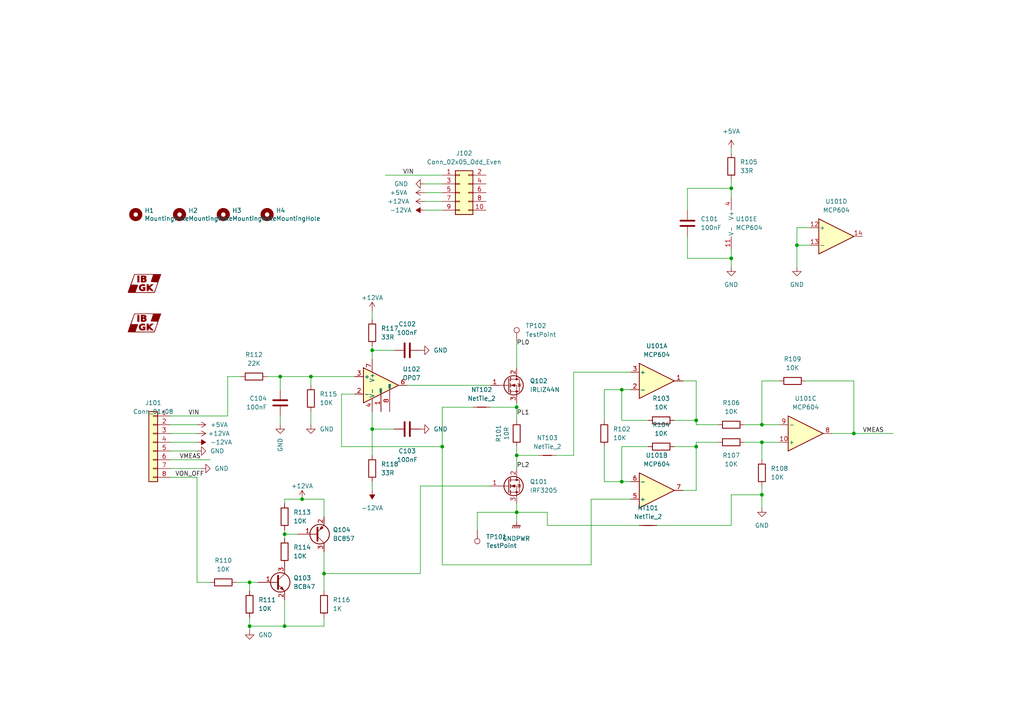
<source format=kicad_sch>
(kicad_sch (version 20211123) (generator eeschema)
  (paper "A4")
  (lib_symbols
    (symbol "Amplifier_Operational:MCP604" (pin_names (offset 0.127))
      (property "Reference" "U" (at 0 5.08 0))
      (property "Value" "MCP604" (at 0 -5.08 0))
      (symbol "MCP604_1_1"
        (polyline (pts (xy -5.08 5.08) (xy 5.08 0) (xy -5.08 -5.08) (xy -5.08 5.08)) (stroke (width 0.254)) (fill (type background)))
        (pin output line (at 7.62 0 180) (length 2.54) (name "~") (number "1"))
        (pin input line (at -7.62 -2.54 0) (length 2.54) (name "-") (number "2"))
        (pin input line (at -7.62 2.54 0) (length 2.54) (name "+") (number "3"))
      )
      (symbol "MCP604_2_1"
        (polyline (pts (xy -5.08 5.08) (xy 5.08 0) (xy -5.08 -5.08) (xy -5.08 5.08)) (stroke (width 0.254)) (fill (type background)))
        (pin input line (at -7.62 2.54 0) (length 2.54) (name "+") (number "5"))
        (pin input line (at -7.62 -2.54 0) (length 2.54) (name "-") (number "6"))
        (pin output line (at 7.62 0 180) (length 2.54) (name "~") (number "7"))
      )
      (symbol "MCP604_3_1"
        (polyline (pts (xy -5.08 5.08) (xy 5.08 0) (xy -5.08 -5.08) (xy -5.08 5.08)) (stroke (width 0.254)) (fill (type background)))
        (pin input line (at -7.62 2.54 0) (length 2.54) (name "+") (number "10"))
        (pin output line (at 7.62 0 180) (length 2.54) (name "~") (number "8"))
        (pin input line (at -7.62 -2.54 0) (length 2.54) (name "-") (number "9"))
      )
      (symbol "MCP604_4_1"
        (polyline (pts (xy -5.08 5.08) (xy 5.08 0) (xy -5.08 -5.08) (xy -5.08 5.08)) (stroke (width 0.254)) (fill (type background)))
        (pin input line (at -7.62 2.54 0) (length 2.54) (name "+") (number "12"))
        (pin input line (at -7.62 -2.54 0) (length 2.54) (name "-") (number "13"))
        (pin output line (at 7.62 0 180) (length 2.54) (name "~") (number "14"))
      )
      (symbol "MCP604_5_1"
        (pin power_in line (at -2.54 -7.62 90) (length 3.81) (name "V-") (number "11"))
        (pin power_in line (at -2.54 7.62 270) (length 3.81) (name "V+") (number "4"))
      )
    )
    (symbol "Amplifier_Operational:OP07" (pin_names (offset 0.127))
      (property "Reference" "U" (at 1.27 6.35 0))
      (property "Value" "OP07" (at 1.27 3.81 0))
      (symbol "OP07_0_1"
        (polyline (pts (xy -5.08 5.08) (xy 5.08 0) (xy -5.08 -5.08) (xy -5.08 5.08)) (stroke (width 0.254)) (fill (type background)))
      )
      (symbol "OP07_1_1"
        (pin input line (at 0 -7.62 90) (length 5.08) (name "VOS") (number "1"))
        (pin input line (at -7.62 -2.54 0) (length 2.54) (name "-") (number "2"))
        (pin input line (at -7.62 2.54 0) (length 2.54) (name "+") (number "3"))
        (pin power_in line (at -2.54 -7.62 90) (length 3.81) (name "V-") (number "4"))
        (pin no_connect line (at 0 2.54 270) (length 2.54) hide (name "NC") (number "5"))
        (pin output line (at 7.62 0 180) (length 2.54) (name "~") (number "6"))
        (pin power_in line (at -2.54 7.62 270) (length 3.81) (name "V+") (number "7"))
        (pin input line (at 2.54 -7.62 90) (length 6.35) (name "VOS") (number "8"))
      )
    )
    (symbol "Connector:TestPoint" (pin_numbers hide) (pin_names (offset 0.762) hide)
      (property "Reference" "TP" (at 0 6.858 0))
      (property "Value" "TestPoint" (at 0 5.08 0))
      (symbol "TestPoint_0_1"
        (circle (center 0 3.302) (radius 0.762))
      )
      (symbol "TestPoint_1_1"
        (pin passive line (at 0 0 90) (length 2.54) (name "1") (number "1"))
      )
    )
    (symbol "Connector_Generic:Conn_01x08" (pin_names (offset 1.016) hide)
      (property "Reference" "J" (at 0 10.16 0))
      (property "Value" "Conn_01x08" (at 0 -12.7 0))
      (symbol "Conn_01x08_1_1"
        (rectangle (start -1.27 -10.033) (end 0 -10.287) (stroke (width 0.1524)))
        (rectangle (start -1.27 -7.493) (end 0 -7.747) (stroke (width 0.1524)))
        (rectangle (start -1.27 -4.953) (end 0 -5.207) (stroke (width 0.1524)))
        (rectangle (start -1.27 -2.413) (end 0 -2.667) (stroke (width 0.1524)))
        (rectangle (start -1.27 0.127) (end 0 -0.127) (stroke (width 0.1524)))
        (rectangle (start -1.27 2.667) (end 0 2.413) (stroke (width 0.1524)))
        (rectangle (start -1.27 5.207) (end 0 4.953) (stroke (width 0.1524)))
        (rectangle (start -1.27 7.747) (end 0 7.493) (stroke (width 0.1524)))
        (rectangle (start -1.27 8.89) (end 1.27 -11.43) (stroke (width 0.254)) (fill (type background)))
        (pin passive line (at -5.08 7.62 0) (length 3.81) (name "Pin_1") (number "1"))
        (pin passive line (at -5.08 5.08 0) (length 3.81) (name "Pin_2") (number "2"))
        (pin passive line (at -5.08 2.54 0) (length 3.81) (name "Pin_3") (number "3"))
        (pin passive line (at -5.08 0 0) (length 3.81) (name "Pin_4") (number "4"))
        (pin passive line (at -5.08 -2.54 0) (length 3.81) (name "Pin_5") (number "5"))
        (pin passive line (at -5.08 -5.08 0) (length 3.81) (name "Pin_6") (number "6"))
        (pin passive line (at -5.08 -7.62 0) (length 3.81) (name "Pin_7") (number "7"))
        (pin passive line (at -5.08 -10.16 0) (length 3.81) (name "Pin_8") (number "8"))
      )
    )
    (symbol "Connector_Generic:Conn_02x05_Odd_Even" (pin_names (offset 1.016) hide)
      (property "Reference" "J" (at 1.27 7.62 0))
      (property "Value" "Conn_02x05_Odd_Even" (at 1.27 -7.62 0))
      (symbol "Conn_02x05_Odd_Even_1_1"
        (rectangle (start -1.27 -4.953) (end 0 -5.207) (stroke (width 0.1524)))
        (rectangle (start -1.27 -2.413) (end 0 -2.667) (stroke (width 0.1524)))
        (rectangle (start -1.27 0.127) (end 0 -0.127) (stroke (width 0.1524)))
        (rectangle (start -1.27 2.667) (end 0 2.413) (stroke (width 0.1524)))
        (rectangle (start -1.27 5.207) (end 0 4.953) (stroke (width 0.1524)))
        (rectangle (start -1.27 6.35) (end 3.81 -6.35) (stroke (width 0.254)) (fill (type background)))
        (rectangle (start 3.81 -4.953) (end 2.54 -5.207) (stroke (width 0.1524)))
        (rectangle (start 3.81 -2.413) (end 2.54 -2.667) (stroke (width 0.1524)))
        (rectangle (start 3.81 0.127) (end 2.54 -0.127) (stroke (width 0.1524)))
        (rectangle (start 3.81 2.667) (end 2.54 2.413) (stroke (width 0.1524)))
        (rectangle (start 3.81 5.207) (end 2.54 4.953) (stroke (width 0.1524)))
        (pin passive line (at -5.08 5.08 0) (length 3.81) (name "Pin_1") (number "1"))
        (pin passive line (at 7.62 -5.08 180) (length 3.81) (name "Pin_10") (number "10"))
        (pin passive line (at 7.62 5.08 180) (length 3.81) (name "Pin_2") (number "2"))
        (pin passive line (at -5.08 2.54 0) (length 3.81) (name "Pin_3") (number "3"))
        (pin passive line (at 7.62 2.54 180) (length 3.81) (name "Pin_4") (number "4"))
        (pin passive line (at -5.08 0 0) (length 3.81) (name "Pin_5") (number "5"))
        (pin passive line (at 7.62 0 180) (length 3.81) (name "Pin_6") (number "6"))
        (pin passive line (at -5.08 -2.54 0) (length 3.81) (name "Pin_7") (number "7"))
        (pin passive line (at 7.62 -2.54 180) (length 3.81) (name "Pin_8") (number "8"))
        (pin passive line (at -5.08 -5.08 0) (length 3.81) (name "Pin_9") (number "9"))
      )
    )
    (symbol "Device:C" (pin_numbers hide) (pin_names (offset 0.254))
      (property "Reference" "C" (at 0.635 2.54 0))
      (property "Value" "C" (at 0.635 -2.54 0))
      (symbol "C_0_1"
        (polyline (pts (xy -2.032 -0.762) (xy 2.032 -0.762)) (stroke (width 0.508)))
        (polyline (pts (xy -2.032 0.762) (xy 2.032 0.762)) (stroke (width 0.508)))
      )
      (symbol "C_1_1"
        (pin passive line (at 0 3.81 270) (length 2.794) (name "~") (number "1"))
        (pin passive line (at 0 -3.81 90) (length 2.794) (name "~") (number "2"))
      )
    )
    (symbol "Device:NetTie_2" (pin_numbers hide) (pin_names (offset 0) hide)
      (property "Reference" "NT" (at 0 1.27 0))
      (property "Value" "NetTie_2" (at 0 -1.27 0))
      (symbol "NetTie_2_0_1"
        (polyline (pts (xy -1.27 0) (xy 1.27 0)) (stroke (width 0.254)))
      )
      (symbol "NetTie_2_1_1"
        (pin passive line (at -2.54 0 0) (length 2.54) (name "1") (number "1"))
        (pin passive line (at 2.54 0 180) (length 2.54) (name "2") (number "2"))
      )
    )
    (symbol "Device:R" (pin_numbers hide) (pin_names (offset 0))
      (property "Reference" "R" (at 2.032 0 90))
      (property "Value" "R" (at 0 0 90))
      (symbol "R_0_1"
        (rectangle (start -1.016 -2.54) (end 1.016 2.54) (stroke (width 0.254)))
      )
      (symbol "R_1_1"
        (pin passive line (at 0 3.81 270) (length 1.27) (name "~") (number "1"))
        (pin passive line (at 0 -3.81 90) (length 1.27) (name "~") (number "2"))
      )
    )
    (symbol "Mechanical:MountingHole" (pin_names (offset 1.016))
      (property "Reference" "H" (at 0 5.08 0))
      (property "Value" "MountingHole" (at 0 3.175 0))
      (symbol "MountingHole_0_1"
        (circle (center 0 0) (radius 1.27) (stroke (width 1.27)))
      )
    )
    (symbol "Transistor_BJT:BC847" (pin_names (offset 0) hide)
      (property "Reference" "Q" (at 5.08 1.905 0))
      (property "Value" "BC847" (at 5.08 0 0))
      (symbol "BC847_0_1"
        (polyline (pts (xy 0.635 0.635) (xy 2.54 2.54)))
        (polyline (pts (xy 0.635 -0.635) (xy 2.54 -2.54) (xy 2.54 -2.54)))
        (polyline (pts (xy 0.635 1.905) (xy 0.635 -1.905) (xy 0.635 -1.905)) (stroke (width 0.508)))
        (polyline (pts (xy 1.27 -1.778) (xy 1.778 -1.27) (xy 2.286 -2.286) (xy 1.27 -1.778) (xy 1.27 -1.778)) (fill (type outline)))
        (circle (center 1.27 0) (radius 2.8194) (stroke (width 0.254)))
      )
      (symbol "BC847_1_1"
        (pin input line (at -5.08 0 0) (length 5.715) (name "B") (number "1"))
        (pin passive line (at 2.54 -5.08 90) (length 2.54) (name "E") (number "2"))
        (pin passive line (at 2.54 5.08 270) (length 2.54) (name "C") (number "3"))
      )
    )
    (symbol "Transistor_BJT:BC857" (pin_names (offset 0) hide)
      (property "Reference" "Q" (at 5.08 1.905 0))
      (property "Value" "BC857" (at 5.08 0 0))
      (symbol "BC857_0_1"
        (polyline (pts (xy 0.635 0.635) (xy 2.54 2.54)))
        (polyline (pts (xy 0.635 -0.635) (xy 2.54 -2.54) (xy 2.54 -2.54)))
        (polyline (pts (xy 0.635 1.905) (xy 0.635 -1.905) (xy 0.635 -1.905)) (stroke (width 0.508)))
        (polyline (pts (xy 2.286 -1.778) (xy 1.778 -2.286) (xy 1.27 -1.27) (xy 2.286 -1.778) (xy 2.286 -1.778)) (fill (type outline)))
        (circle (center 1.27 0) (radius 2.8194) (stroke (width 0.254)))
      )
      (symbol "BC857_1_1"
        (pin input line (at -5.08 0 0) (length 5.715) (name "B") (number "1"))
        (pin passive line (at 2.54 -5.08 90) (length 2.54) (name "E") (number "2"))
        (pin passive line (at 2.54 5.08 270) (length 2.54) (name "C") (number "3"))
      )
    )
    (symbol "Transistor_FET:IRLIZ44N" (pin_names hide)
      (property "Reference" "Q" (at 6.35 1.905 0))
      (property "Value" "IRLIZ44N" (at 6.35 0 0))
      (symbol "IRLIZ44N_0_1"
        (polyline (pts (xy 0.254 0) (xy -2.54 0)))
        (polyline (pts (xy 0.254 1.905) (xy 0.254 -1.905)) (stroke (width 0.254)))
        (polyline (pts (xy 0.762 -1.27) (xy 0.762 -2.286)) (stroke (width 0.254)))
        (polyline (pts (xy 0.762 0.508) (xy 0.762 -0.508)) (stroke (width 0.254)))
        (polyline (pts (xy 0.762 2.286) (xy 0.762 1.27)) (stroke (width 0.254)))
        (polyline (pts (xy 2.54 2.54) (xy 2.54 1.778)))
        (polyline (pts (xy 2.54 -2.54) (xy 2.54 0) (xy 0.762 0)))
        (polyline (pts (xy 0.762 -1.778) (xy 3.302 -1.778) (xy 3.302 1.778) (xy 0.762 1.778)))
        (polyline (pts (xy 1.016 0) (xy 2.032 0.381) (xy 2.032 -0.381) (xy 1.016 0)) (fill (type outline)))
        (polyline (pts (xy 2.794 0.508) (xy 2.921 0.381) (xy 3.683 0.381) (xy 3.81 0.254)))
        (polyline (pts (xy 3.302 0.381) (xy 2.921 -0.254) (xy 3.683 -0.254) (xy 3.302 0.381)))
        (circle (center 1.651 0) (radius 2.794) (stroke (width 0.254)))
        (circle (center 2.54 -1.778) (radius 0.254) (fill (type outline)))
        (circle (center 2.54 1.778) (radius 0.254) (fill (type outline)))
      )
      (symbol "IRLIZ44N_1_1"
        (pin input line (at -5.08 0 0) (length 2.54) (name "G") (number "1"))
        (pin passive line (at 2.54 5.08 270) (length 2.54) (name "D") (number "2"))
        (pin passive line (at 2.54 -5.08 90) (length 2.54) (name "S") (number "3"))
      )
    )
    (symbol "iblogo:LOGO" (pin_names (offset 1.016))
      (symbol "LOGO_0_0"
        (polyline (pts (xy -1.524 2.6162) (xy -2.032 2.6162) (xy -2.032 0.6858) (xy -1.524 0.6858) (xy -1.524 2.6162)) (stroke (width 0.0254)) (fill (type outline)))
        (polyline (pts (xy 1.0922 -1.8288) (xy 1.1684 -1.7272) (xy 1.1938 -1.4986) (xy 1.2192 -1.143) (xy 1.6002 -1.4986) (xy 1.6764 -1.5494) (xy 1.905 -1.7526) (xy 2.1082 -1.8288) (xy 2.3114 -1.8542) (xy 2.6416 -1.8542) (xy 1.5748 -0.7874) (xy 2.0828 -0.3556) (xy 2.5654 0.0762) (xy 2.0066 0.0762) (xy 1.8034 -0.0254) (xy 1.6002 -0.2032) (xy 1.3462 -0.4572) (xy 1.2446 -0.508) (xy 1.2192 -0.508) (xy 1.1938 -0.4064) (xy 1.1684 -0.2032) (xy 1.1684 0) (xy 1.0922 0.0762) (xy 0.6604 0.0762) (xy 0.6604 -1.8542) (xy 0.9652 -1.8542) (xy 1.0922 -1.8288)) (stroke (width 0.0254)) (fill (type outline)))
        (polyline (pts (xy -0.254 -1.8288) (xy 0.0254 -1.778) (xy 0.1016 -1.7272) (xy 0.2032 -1.651) (xy 0.2286 -1.4986) (xy 0.254 -1.2192) (xy 0.254 -0.762) (xy -0.381 -0.762) (xy -0.508 -0.8128) (xy -0.508 -1.016) (xy -0.381 -1.0922) (xy -0.3302 -1.1176) (xy -0.254 -1.27) (xy -0.2794 -1.3462) (xy -0.3556 -1.4224) (xy -0.5588 -1.4478) (xy -0.7112 -1.4224) (xy -0.9398 -1.2954) (xy -1.0922 -1.0668) (xy -1.0922 -0.8128) (xy -0.9652 -0.508) (xy -0.9144 -0.4318) (xy -0.7874 -0.3556) (xy -0.6096 -0.3302) (xy -0.3302 -0.3556) (xy 0.0762 -0.3556) (xy 0.1778 -0.3048) (xy 0.2286 -0.2286) (xy 0.1778 -0.1016) (xy 0.0254 0) (xy -0.2286 0.0762) (xy -0.5334 0.0762) (xy -0.8382 0.0508) (xy -1.1176 -0.0254) (xy -1.3462 -0.2032) (xy -1.5494 -0.508) (xy -1.6256 -0.889) (xy -1.6256 -0.9144) (xy -1.5494 -1.27) (xy -1.3462 -1.5748) (xy -1.0922 -1.778) (xy -0.9398 -1.8288) (xy -0.6096 -1.8542) (xy -0.254 -1.8288)) (stroke (width 0.0254)) (fill (type outline)))
        (polyline (pts (xy 0.0254 0.7112) (xy 0.254 0.7366) (xy 0.4064 0.8382) (xy 0.4572 0.8636) (xy 0.5842 1.0922) (xy 0.5842 1.3716) (xy 0.4572 1.6002) (xy 0.4318 1.6256) (xy 0.381 1.7526) (xy 0.4572 1.905) (xy 0.5334 2.1336) (xy 0.4826 2.3622) (xy 0.2794 2.54) (xy 0.127 2.5654) (xy -0.1524 2.6162) (xy -1.016 2.6162) (xy -1.016 1.9304) (xy -0.508 1.9304) (xy -0.508 2.1844) (xy -0.4572 2.2606) (xy -0.2794 2.286) (xy -0.1016 2.2098) (xy -0.0508 2.0828) (xy -0.1016 1.9558) (xy -0.2794 1.8796) (xy -0.381 1.8796) (xy -0.508 1.9304) (xy -1.016 1.9304) (xy -1.016 1.0922) (xy -0.508 1.0922) (xy -0.508 1.4478) (xy -0.4318 1.524) (xy -0.254 1.524) (xy -0.127 1.4986) (xy 0 1.4224) (xy 0.0254 1.27) (xy 0.0254 1.1684) (xy -0.0508 1.0668) (xy -0.254 1.0414) (xy -0.4318 1.0414) (xy -0.508 1.0922) (xy -1.016 1.0922) (xy -1.016 0.6858) (xy -0.3302 0.6858) (xy 0.0254 0.7112)) (stroke (width 0.0254)) (fill (type outline)))
        (polyline (pts (xy 3.8354 0.2794) (xy 3.9878 0.6858) (xy 4.191 1.2954) (xy 4.3942 1.8288) (xy 4.5466 2.286) (xy 4.6736 2.6416) (xy 4.7752 2.8956) (xy 4.8006 2.9718) (xy 4.7498 2.9972) (xy 4.5466 2.9972) (xy 4.2164 3.0226) (xy 0.9398 3.0226) (xy -2.921 2.9972) (xy -3.8862 0.381) (xy -4.0386 -0.0254) (xy -4.0386 -0.0508) (xy -3.8862 -0.0508) (xy -3.3528 1.4478) (xy -2.8448 2.921) (xy -0.1524 2.9464) (xy 1.8288 2.9464) (xy 2.2098 2.921) (xy 2.4384 2.921) (xy 2.54 2.8956) (xy 2.5146 2.8956) (xy 2.4892 2.7686) (xy 2.4384 2.54) (xy 2.3114 2.2098) (xy 2.1844 1.8288) (xy 2.1844 1.8034) (xy 2.0574 1.4478) (xy 1.9558 1.1176) (xy 1.8796 0.9144) (xy 1.8542 0.8128) (xy 1.9304 0.7874) (xy 2.159 0.7874) (xy 2.4638 0.762) (xy 2.8702 0.7366) (xy 3.8608 0.7112) (xy 3.3528 -0.762) (xy 2.8194 -2.2352) (xy 0.1016 -2.2606) (xy -2.3368 -2.2606) (xy -2.5654 -2.2352) (xy -2.6416 -2.2352) (xy -2.6416 -2.2098) (xy -2.5908 -2.1082) (xy -2.5146 -1.8542) (xy -2.413 -1.5494) (xy -2.286 -1.1938) (xy -2.1336 -0.8382) (xy -2.0066 -0.508) (xy -1.905 -0.2286) (xy -1.905 -0.1524) (xy -1.9812 -0.1016) (xy -2.159 -0.1016) (xy -2.4384 -0.0762) (xy -2.8702 -0.0508) (xy -3.8862 -0.0508) (xy -4.0386 -0.0508) (xy -4.2418 -0.635) (xy -4.445 -1.1684) (xy -4.5974 -1.6256) (xy -4.7244 -1.9812) (xy -4.8006 -2.2098) (xy -4.826 -2.3114) (xy -4.7752 -2.3114) (xy -4.572 -2.3368) (xy -3.7338 -2.3368) (xy -3.1496 -2.3622) (xy 2.921 -2.3622) (xy 3.8354 0.2794)) (stroke (width 0.0254)) (fill (type outline)))
      )
    )
    (symbol "power:+12VA" (power) (pin_names (offset 0))
      (property "Value" "+12VA" (at 0 3.556 0))
      (symbol "+12VA_0_1"
        (polyline (pts (xy -0.762 1.27) (xy 0 2.54)))
        (polyline (pts (xy 0 0) (xy 0 2.54)))
        (polyline (pts (xy 0 2.54) (xy 0.762 1.27)))
      )
      (symbol "+12VA_1_1"
        (pin power_in line (at 0 0 90) (length 0) hide (name "+12VA") (number "1"))
      )
    )
    (symbol "power:+5VA" (power) (pin_names (offset 0))
      (property "Value" "+5VA" (at 0 3.556 0))
      (symbol "+5VA_0_1"
        (polyline (pts (xy -0.762 1.27) (xy 0 2.54)))
        (polyline (pts (xy 0 0) (xy 0 2.54)))
        (polyline (pts (xy 0 2.54) (xy 0.762 1.27)))
      )
      (symbol "+5VA_1_1"
        (pin power_in line (at 0 0 90) (length 0) hide (name "+5VA") (number "1"))
      )
    )
    (symbol "power:-12VA" (power) (pin_names (offset 0))
      (property "Value" "-12VA" (at 0 3.556 0))
      (symbol "-12VA_0_0"
        (pin power_in line (at 0 0 90) (length 0) hide (name "-12VA") (number "1"))
      )
      (symbol "-12VA_0_1"
        (polyline (pts (xy 0 0) (xy 0 1.27) (xy 0.762 1.27) (xy 0 2.54) (xy -0.762 1.27) (xy 0 1.27)) (fill (type outline)))
      )
    )
    (symbol "power:GND" (power) (pin_names (offset 0))
      (property "Value" "GND" (at 0 -3.81 0))
      (symbol "GND_0_1"
        (polyline (pts (xy 0 0) (xy 0 -1.27) (xy 1.27 -1.27) (xy 0 -2.54) (xy -1.27 -1.27) (xy 0 -1.27)))
      )
      (symbol "GND_1_1"
        (pin power_in line (at 0 0 270) (length 0) hide (name "GND") (number "1"))
      )
    )
    (symbol "power:GNDPWR" (power) (pin_names (offset 0))
      (property "Value" "GNDPWR" (at 0 -3.302 0))
      (symbol "GNDPWR_0_1"
        (polyline (pts (xy 0 -1.27) (xy 0 0)))
        (polyline (pts (xy -1.016 -1.27) (xy -1.27 -2.032) (xy -1.27 -2.032)) (stroke (width 0.2032)))
        (polyline (pts (xy -0.508 -1.27) (xy -0.762 -2.032) (xy -0.762 -2.032)) (stroke (width 0.2032)))
        (polyline (pts (xy 0 -1.27) (xy -0.254 -2.032) (xy -0.254 -2.032)) (stroke (width 0.2032)))
        (polyline (pts (xy 0.508 -1.27) (xy 0.254 -2.032) (xy 0.254 -2.032)) (stroke (width 0.2032)))
        (polyline (pts (xy 1.016 -1.27) (xy -1.016 -1.27) (xy -1.016 -1.27)) (stroke (width 0.2032)))
        (polyline (pts (xy 1.016 -1.27) (xy 0.762 -2.032) (xy 0.762 -2.032) (xy 0.762 -2.032)) (stroke (width 0.2032)))
      )
      (symbol "GNDPWR_1_1"
        (pin power_in line (at 0 0 270) (length 0) hide (name "GNDPWR") (number "1"))
      )
    )
  )
  (junction (at 72.39 181.61))
  (junction (at 107.95 101.6))
  (junction (at 220.98 128.27))
  (junction (at 180.34 113.03))
  (junction (at 212.09 74.93))
  (junction (at 220.98 143.51))
  (junction (at 128.27 129.54))
  (junction (at 82.55 154.94))
  (junction (at 107.95 124.46))
  (junction (at 231.14 71.12))
  (junction (at 247.65 125.73))
  (junction (at 201.93 121.92))
  (junction (at 212.09 54.61))
  (junction (at 149.86 118.11))
  (junction (at 87.63 144.78))
  (junction (at 82.55 181.61))
  (junction (at 149.86 132.08))
  (junction (at 81.28 109.22))
  (junction (at 201.93 129.54))
  (junction (at 72.39 168.91))
  (junction (at 93.98 166.37))
  (junction (at 180.34 139.7))
  (junction (at 220.98 123.19))
  (junction (at 90.17 109.22))
  (junction (at 149.86 148.59))
  (wire (pts (xy 231.14 66.04) (xy 234.95 66.04)))
  (wire (pts (xy 201.93 128.27) (xy 208.28 128.27)))
  (wire (pts (xy 107.95 119.38) (xy 107.95 124.46)))
  (wire (pts (xy 49.53 138.43) (xy 57.15 138.43)))
  (wire (pts (xy 82.55 154.94) (xy 82.55 156.21)))
  (wire (pts (xy 81.28 109.22) (xy 81.28 113.03)))
  (wire (pts (xy 57.15 138.43) (xy 57.15 168.91)))
  (wire (pts (xy 212.09 54.61) (xy 212.09 57.15)))
  (wire (pts (xy 107.95 101.6) (xy 114.3 101.6)))
  (wire (pts (xy 201.93 128.27) (xy 201.93 129.54)))
  (wire (pts (xy 118.11 111.76) (xy 142.24 111.76)))
  (wire (pts (xy 123.19 55.88) (xy 128.27 55.88)))
  (wire (pts (xy 82.55 173.99) (xy 82.55 181.61)))
  (wire (pts (xy 149.86 118.11) (xy 149.86 121.92)))
  (wire (pts (xy 201.93 142.24) (xy 198.12 142.24)))
  (wire (pts (xy 212.09 43.18) (xy 212.09 44.45)))
  (wire (pts (xy 57.15 168.91) (xy 60.96 168.91)))
  (wire (pts (xy 107.95 124.46) (xy 114.3 124.46)))
  (wire (pts (xy 49.53 120.65) (xy 66.04 120.65)))
  (wire (pts (xy 68.58 168.91) (xy 72.39 168.91)))
  (wire (pts (xy 82.55 154.94) (xy 82.55 153.67)))
  (wire (pts (xy 149.86 132.08) (xy 149.86 135.89)))
  (wire (pts (xy 233.68 110.49) (xy 247.65 110.49)))
  (wire (pts (xy 123.19 58.42) (xy 128.27 58.42)))
  (wire (pts (xy 212.09 52.07) (xy 212.09 54.61)))
  (wire (pts (xy 123.19 53.34) (xy 128.27 53.34)))
  (wire (pts (xy 107.95 124.46) (xy 107.95 132.08)))
  (wire (pts (xy 220.98 110.49) (xy 220.98 123.19)))
  (wire (pts (xy 175.26 113.03) (xy 180.34 113.03)))
  (wire (pts (xy 231.14 71.12) (xy 234.95 71.12)))
  (wire (pts (xy 123.19 60.96) (xy 128.27 60.96)))
  (wire (pts (xy 128.27 163.83) (xy 171.45 163.83)))
  (wire (pts (xy 49.53 125.73) (xy 57.15 125.73)))
  (wire (pts (xy 121.92 166.37) (xy 93.98 166.37)))
  (wire (pts (xy 180.34 129.54) (xy 180.34 139.7)))
  (wire (pts (xy 220.98 128.27) (xy 220.98 133.35)))
  (wire (pts (xy 72.39 168.91) (xy 72.39 171.45)))
  (wire (pts (xy 82.55 144.78) (xy 87.63 144.78)))
  (wire (pts (xy 66.04 109.22) (xy 69.85 109.22)))
  (wire (pts (xy 49.53 130.81) (xy 57.15 130.81)))
  (wire (pts (xy 149.86 129.54) (xy 149.86 132.08)))
  (wire (pts (xy 158.75 152.4) (xy 158.75 148.59)))
  (wire (pts (xy 199.39 60.96) (xy 199.39 54.61)))
  (wire (pts (xy 49.53 128.27) (xy 57.15 128.27)))
  (wire (pts (xy 128.27 118.11) (xy 128.27 129.54)))
  (wire (pts (xy 180.34 139.7) (xy 175.26 139.7)))
  (wire (pts (xy 107.95 101.6) (xy 107.95 104.14)))
  (wire (pts (xy 161.29 132.08) (xy 166.37 132.08)))
  (wire (pts (xy 149.86 148.59) (xy 149.86 151.13)))
  (wire (pts (xy 86.36 154.94) (xy 82.55 154.94)))
  (wire (pts (xy 247.65 110.49) (xy 247.65 125.73)))
  (wire (pts (xy 82.55 181.61) (xy 93.98 181.61)))
  (wire (pts (xy 182.88 139.7) (xy 180.34 139.7)))
  (wire (pts (xy 77.47 109.22) (xy 81.28 109.22)))
  (wire (pts (xy 128.27 129.54) (xy 99.06 129.54)))
  (wire (pts (xy 107.95 92.71) (xy 107.95 90.17)))
  (wire (pts (xy 201.93 123.19) (xy 201.93 121.92)))
  (wire (pts (xy 138.43 153.67) (xy 138.43 148.59)))
  (wire (pts (xy 82.55 146.05) (xy 82.55 144.78)))
  (wire (pts (xy 247.65 125.73) (xy 241.3 125.73)))
  (wire (pts (xy 215.9 123.19) (xy 220.98 123.19)))
  (wire (pts (xy 81.28 109.22) (xy 90.17 109.22)))
  (wire (pts (xy 93.98 166.37) (xy 93.98 171.45)))
  (wire (pts (xy 180.34 121.92) (xy 180.34 113.03)))
  (wire (pts (xy 212.09 72.39) (xy 212.09 74.93)))
  (wire (pts (xy 158.75 148.59) (xy 149.86 148.59)))
  (wire (pts (xy 175.26 129.54) (xy 175.26 139.7)))
  (wire (pts (xy 99.06 114.3) (xy 102.87 114.3)))
  (wire (pts (xy 226.06 110.49) (xy 220.98 110.49)))
  (wire (pts (xy 212.09 74.93) (xy 212.09 77.47)))
  (wire (pts (xy 182.88 107.95) (xy 166.37 107.95)))
  (wire (pts (xy 107.95 139.7) (xy 107.95 142.24)))
  (wire (pts (xy 90.17 109.22) (xy 102.87 109.22)))
  (wire (pts (xy 93.98 160.02) (xy 93.98 166.37)))
  (wire (pts (xy 180.34 113.03) (xy 182.88 113.03)))
  (wire (pts (xy 107.95 100.33) (xy 107.95 101.6)))
  (wire (pts (xy 93.98 144.78) (xy 93.98 149.86)))
  (wire (pts (xy 72.39 179.07) (xy 72.39 181.61)))
  (wire (pts (xy 220.98 128.27) (xy 226.06 128.27)))
  (wire (pts (xy 149.86 132.08) (xy 156.21 132.08)))
  (wire (pts (xy 199.39 54.61) (xy 212.09 54.61)))
  (wire (pts (xy 220.98 140.97) (xy 220.98 143.51)))
  (wire (pts (xy 87.63 144.78) (xy 93.98 144.78)))
  (wire (pts (xy 215.9 128.27) (xy 220.98 128.27)))
  (wire (pts (xy 166.37 132.08) (xy 166.37 107.95)))
  (wire (pts (xy 72.39 181.61) (xy 72.39 182.88)))
  (wire (pts (xy 175.26 121.92) (xy 175.26 113.03)))
  (wire (pts (xy 72.39 181.61) (xy 82.55 181.61)))
  (wire (pts (xy 49.53 123.19) (xy 57.15 123.19)))
  (wire (pts (xy 171.45 144.78) (xy 182.88 144.78)))
  (wire (pts (xy 212.09 74.93) (xy 199.39 74.93)))
  (wire (pts (xy 90.17 119.38) (xy 90.17 123.19)))
  (wire (pts (xy 187.96 121.92) (xy 180.34 121.92)))
  (wire (pts (xy 171.45 163.83) (xy 171.45 144.78)))
  (wire (pts (xy 90.17 109.22) (xy 90.17 111.76)))
  (wire (pts (xy 149.86 116.84) (xy 149.86 118.11)))
  (wire (pts (xy 111.76 50.8) (xy 128.27 50.8)))
  (wire (pts (xy 137.16 118.11) (xy 128.27 118.11)))
  (wire (pts (xy 247.65 125.73) (xy 259.08 125.73)))
  (wire (pts (xy 201.93 121.92) (xy 201.93 110.49)))
  (wire (pts (xy 121.92 140.97) (xy 121.92 166.37)))
  (wire (pts (xy 195.58 129.54) (xy 201.93 129.54)))
  (wire (pts (xy 93.98 181.61) (xy 93.98 179.07)))
  (wire (pts (xy 220.98 143.51) (xy 220.98 147.32)))
  (wire (pts (xy 231.14 71.12) (xy 231.14 66.04)))
  (wire (pts (xy 66.04 120.65) (xy 66.04 109.22)))
  (wire (pts (xy 49.53 135.89) (xy 58.42 135.89)))
  (wire (pts (xy 231.14 77.47) (xy 231.14 71.12)))
  (wire (pts (xy 220.98 123.19) (xy 226.06 123.19)))
  (wire (pts (xy 190.5 152.4) (xy 212.09 152.4)))
  (wire (pts (xy 128.27 129.54) (xy 128.27 163.83)))
  (wire (pts (xy 212.09 152.4) (xy 212.09 143.51)))
  (wire (pts (xy 81.28 120.65) (xy 81.28 123.19)))
  (wire (pts (xy 201.93 110.49) (xy 198.12 110.49)))
  (wire (pts (xy 138.43 148.59) (xy 149.86 148.59)))
  (wire (pts (xy 149.86 146.05) (xy 149.86 148.59)))
  (wire (pts (xy 149.86 118.11) (xy 142.24 118.11)))
  (wire (pts (xy 99.06 129.54) (xy 99.06 114.3)))
  (wire (pts (xy 212.09 143.51) (xy 220.98 143.51)))
  (wire (pts (xy 49.53 133.35) (xy 60.96 133.35)))
  (wire (pts (xy 195.58 121.92) (xy 201.93 121.92)))
  (wire (pts (xy 201.93 129.54) (xy 201.93 142.24)))
  (wire (pts (xy 208.28 123.19) (xy 201.93 123.19)))
  (wire (pts (xy 199.39 74.93) (xy 199.39 68.58)))
  (wire (pts (xy 149.86 99.06) (xy 149.86 106.68)))
  (wire (pts (xy 187.96 129.54) (xy 180.34 129.54)))
  (wire (pts (xy 185.42 152.4) (xy 158.75 152.4)))
  (wire (pts (xy 72.39 168.91) (xy 74.93 168.91)))
  (wire (pts (xy 142.24 140.97) (xy 121.92 140.97)))
  (label "VIN" (at 54.61 120.65 0))
  (label "PL1" (at 149.86 120.65 0))
  (label "PL0" (at 149.86 100.33 0))
  (label "VON_OFF" (at 50.8 138.43 0))
  (label "PL2" (at 149.86 135.89 0))
  (label "VIN" (at 116.84 50.8 0))
  (label "VMEAS" (at 250.19 125.73 0))
  (label "VMEAS" (at 52.07 133.35 0))
  (symbol (lib_id "Mechanical:MountingHole") (at 39.37 62.23 0) (unit 1)
    (property "Reference" "H1" (at 41.91 61.0616 0) (effects (justify left)))
    (property "Value" "MountingHole" (at 41.91 63.373 0) (effects (justify left)))
    (property "Footprint" "MountingHole:MountingHole_3.2mm_M3_Pad_TopBottom" (effects hide))
  )
  (symbol (lib_id "Mechanical:MountingHole") (at 52.07 62.23 0) (unit 1)
    (property "Reference" "H2" (at 54.61 61.0616 0) (effects (justify left)))
    (property "Value" "MountingHole" (at 54.61 63.373 0) (effects (justify left)))
    (property "Footprint" "MountingHole:MountingHole_3.2mm_M3_Pad_TopBottom" (effects hide))
  )
  (symbol (lib_id "Mechanical:MountingHole") (at 64.77 62.23 0) (unit 1)
    (property "Reference" "H3" (at 67.31 61.0616 0) (effects (justify left)))
    (property "Value" "MountingHole" (at 67.31 63.373 0) (effects (justify left)))
    (property "Footprint" "MountingHole:MountingHole_3.2mm_M3_Pad_TopBottom" (effects hide))
  )
  (symbol (lib_id "Mechanical:MountingHole") (at 77.47 62.23 0) (unit 1)
    (property "Reference" "H4" (at 80.01 61.0616 0) (effects (justify left)))
    (property "Value" "MountingHole" (at 80.01 63.373 0) (effects (justify left)))
    (property "Footprint" "MountingHole:MountingHole_3.2mm_M3_Pad_TopBottom" (effects hide))
  )
  (symbol (lib_id "iblogo:LOGO") (at 41.91 82.55 0) (unit 1)
    (property "Reference" "G1" (effects hide))
    (property "Value" "LOGO" (effects hide))
    (property "Footprint" "ib_gk-lib:iblogo" (effects hide))
  )
  (symbol (lib_id "iblogo:LOGO") (at 41.91 93.98 0) (unit 1)
    (property "Reference" "G2" (effects hide))
    (property "Value" "LOGO" (effects hide))
    (property "Footprint" "ib_gk-lib:iblogo_Cu" (effects hide))
  )
  (symbol (lib_id "Device:NetTie_2") (at 158.75 132.08 0) (unit 1)
    (property "Reference" "NT103" (at 158.75 127 0))
    (property "Value" "NetTie_2" (at 158.75 129.54 0))
    (property "Footprint" "NetTie:NetTie-2_SMD_Pad0.5mm" (effects hide))
  )
  (symbol (lib_id "power:+5VA") (at 123.19 55.88 90) (unit 1)
    (property "Reference" "#PWR0120" (effects hide))
    (property "Value" "+5VA" (at 113.03 55.88 90) (effects (justify right)))
  )
  (symbol (lib_id "Connector_Generic:Conn_02x05_Odd_Even") (at 133.35 55.88 0) (unit 1)
    (property "Reference" "J102" (at 134.62 44.45 0))
    (property "Value" "Conn_02x05_Odd_Even" (at 134.62 46.99 0))
    (property "Footprint" "Connector_IDC:IDC-Header_2x05_P2.54mm_Vertical" (effects hide))
    (property "Reference" "J102" (effects hide))
    (property "Value" "Conn_02x05_Odd_Even" (effects hide))
  )
  (symbol (lib_id "Connector_Generic:Conn_01x08") (at 44.45 128.27 0) (mirror y) (unit 1)
    (property "Reference" "J101" (at 44.45 116.84 0))
    (property "Value" "Conn_01x08" (at 44.45 119.38 0))
    (property "Footprint" "Connector_PinHeader_2.54mm:PinHeader_1x08_P2.54mm_Vertical" (effects hide))
  )
  (symbol (lib_id "Amplifier_Operational:OP07") (at 110.49 111.76 0) (unit 1)
    (property "Reference" "U102" (at 119.38 107.061 0))
    (property "Value" "OP07" (at 119.38 109.601 0))
    (property "Footprint" "Package_SO:SO-8_3.9x4.9mm_P1.27mm" (effects hide))
    (property "Datasheet" "https://www.analog.com/media/en/technical-documentation/data-sheets/OP07.pdf" (effects hide))
  )
  (symbol (lib_id "power:+12VA") (at 57.15 125.73 270) (unit 1)
    (property "Reference" "#PWR0111" (effects hide))
    (property "Value" "+12VA" (at 63.5 125.73 90))
  )
  (symbol (lib_id "Amplifier_Operational:MCP604") (at 190.5 110.49 0) (unit 1)
    (property "Reference" "U101" (at 190.5 100.33 0))
    (property "Value" "MCP604" (at 190.5 102.87 0))
    (property "Footprint" "Package_SO:SO-14_3.9x8.65mm_P1.27mm" (effects hide))
    (property "Datasheet" "http://ww1.microchip.com/downloads/en/DeviceDoc/21314g.pdf" (effects hide))
  )
  (symbol (lib_id "Transistor_BJT:BC857") (at 91.44 154.94 0) (mirror x) (unit 1)
    (property "Reference" "Q104" (at 96.52 153.6699 0) (effects (justify left)))
    (property "Value" "BC857" (at 96.52 156.2099 0) (effects (justify left)))
    (property "Footprint" "Package_TO_SOT_SMD:SOT-23" (effects hide))
    (property "Datasheet" "https://www.onsemi.com/pub/Collateral/BC860-D.pdf" (effects hide))
  )
  (symbol (lib_id "power:GND") (at 212.09 77.47 0) (unit 1)
    (property "Reference" "#PWR0104" (effects hide))
    (property "Value" "GND" (at 212.09 82.55 0))
  )
  (symbol (lib_id "power:GND") (at 57.15 130.81 90) (unit 1)
    (property "Reference" "#PWR0114" (effects hide))
    (property "Value" "GND" (at 60.96 130.8099 90) (effects (justify right)))
  )
  (symbol (lib_id "Device:R") (at 149.86 125.73 0) (unit 1)
    (property "Reference" "R101" (at 144.6022 125.73 90))
    (property "Value" "10R" (at 146.9136 125.73 90))
    (property "Footprint" "Resistor_THT:R_Axial_Power_L25.0mm_W6.4mm_P27.94mm" (effects hide))
  )
  (symbol (lib_id "Device:C") (at 118.11 124.46 90) (unit 1)
    (property "Reference" "C103" (at 118.11 130.81 90))
    (property "Value" "100nF" (at 118.11 133.35 90))
    (property "Footprint" "Capacitor_SMD:C_1206_3216Metric_Pad1.33x1.80mm_HandSolder" (effects hide))
    (property "Reference" "C103" (effects hide))
    (property "Value" "100nF" (effects hide))
  )
  (symbol (lib_id "Device:R") (at 90.17 115.57 180) (unit 1)
    (property "Reference" "R115" (at 92.71 114.2999 0) (effects (justify right)))
    (property "Value" "10K" (at 92.71 116.8399 0) (effects (justify right)))
    (property "Footprint" "Resistor_SMD:R_0805_2012Metric_Pad1.20x1.40mm_HandSolder" (effects hide))
  )
  (symbol (lib_id "power:GND") (at 220.98 147.32 0) (unit 1)
    (property "Reference" "#PWR0101" (effects hide))
    (property "Value" "GND" (at 220.98 152.4 0))
  )
  (symbol (lib_id "Transistor_BJT:BC847") (at 80.01 168.91 0) (unit 1)
    (property "Reference" "Q103" (at 85.09 167.6399 0) (effects (justify left)))
    (property "Value" "BC847" (at 85.09 170.1799 0) (effects (justify left)))
    (property "Footprint" "Package_TO_SOT_SMD:SOT-23" (effects hide))
    (property "Datasheet" "http://www.infineon.com/dgdl/Infineon-BC847SERIES_BC848SERIES_BC849SERIES_BC850SERIES-DS-v01_01-en.pdf?fileId=db3a304314dca389011541d4630a1657" (effects hide))
  )
  (symbol (lib_id "power:+5VA") (at 212.09 43.18 0) (unit 1)
    (property "Reference" "#PWR0105" (effects hide))
    (property "Value" "+5VA" (at 212.09 38.1 0))
  )
  (symbol (lib_id "power:GND") (at 121.92 101.6 90) (unit 1)
    (property "Reference" "#PWR0106" (effects hide))
    (property "Value" "GND" (at 125.73 101.5999 90) (effects (justify right)))
  )
  (symbol (lib_id "Amplifier_Operational:MCP604") (at 242.57 68.58 0) (unit 4)
    (property "Reference" "U101" (at 242.57 58.42 0))
    (property "Value" "MCP604" (at 242.57 60.96 0))
    (property "Footprint" "Package_SO:SO-14_3.9x8.65mm_P1.27mm" (effects hide))
    (property "Datasheet" "http://ww1.microchip.com/downloads/en/DeviceDoc/21314g.pdf" (effects hide))
  )
  (symbol (lib_id "power:+12VA") (at 107.95 90.17 0) (unit 1)
    (property "Reference" "#PWR0108" (effects hide))
    (property "Value" "+12VA" (at 107.95 86.36 0))
  )
  (symbol (lib_id "Transistor_FET:IRLIZ44N") (at 147.32 140.97 0) (unit 1)
    (property "Reference" "Q101" (at 153.67 139.6999 0) (effects (justify left)))
    (property "Value" "IRF3205" (at 153.67 142.2399 0) (effects (justify left)))
    (property "Footprint" "Package_TO_SOT_THT:TO-220F-3_Vertical" (effects hide))
    (property "Datasheet" "http://www.irf.com/product-info/datasheets/data/irliz44n.pdf" (effects hide))
  )
  (symbol (lib_id "Device:R") (at 191.77 121.92 90) (unit 1)
    (property "Reference" "R103" (at 191.77 115.57 90))
    (property "Value" "10K" (at 191.77 118.11 90))
    (property "Footprint" "Resistor_SMD:R_0805_2012Metric_Pad1.20x1.40mm_HandSolder" (effects hide))
  )
  (symbol (lib_id "Device:R") (at 107.95 135.89 180) (unit 1)
    (property "Reference" "R118" (at 110.49 134.6199 0) (effects (justify right)))
    (property "Value" "33R" (at 110.49 137.1599 0) (effects (justify right)))
    (property "Footprint" "Resistor_SMD:R_0805_2012Metric_Pad1.20x1.40mm_HandSolder" (effects hide))
  )
  (symbol (lib_id "power:GND") (at 231.14 77.47 0) (unit 1)
    (property "Reference" "#PWR0103" (effects hide))
    (property "Value" "GND" (at 231.14 82.55 0))
  )
  (symbol (lib_id "Device:C") (at 81.28 116.84 0) (unit 1)
    (property "Reference" "C104" (at 77.47 115.5699 0) (effects (justify right)))
    (property "Value" "100nF" (at 77.47 118.1099 0) (effects (justify right)))
    (property "Footprint" "Capacitor_SMD:C_1206_3216Metric_Pad1.33x1.80mm_HandSolder" (effects hide))
    (property "Reference" "C104" (effects hide))
    (property "Value" "100nF" (effects hide))
  )
  (symbol (lib_id "power:GND") (at 121.92 124.46 90) (unit 1)
    (property "Reference" "#PWR0107" (effects hide))
    (property "Value" "GND" (at 125.73 124.4599 90) (effects (justify right)))
  )
  (symbol (lib_id "Device:NetTie_2") (at 187.96 152.4 0) (unit 1)
    (property "Reference" "NT101" (at 187.96 147.32 0))
    (property "Value" "NetTie_2" (at 187.96 149.86 0))
    (property "Footprint" "NetTie:NetTie-2_SMD_Pad0.5mm" (effects hide))
  )
  (symbol (lib_id "power:GNDPWR") (at 149.86 151.13 0) (unit 1)
    (property "Reference" "#PWR0102" (effects hide))
    (property "Value" "GNDPWR" (at 149.733 156.21 0))
  )
  (symbol (lib_id "Amplifier_Operational:MCP604") (at 214.63 64.77 0) (unit 5)
    (property "Reference" "U101" (at 213.36 63.4999 0) (effects (justify left)))
    (property "Value" "MCP604" (at 213.36 66.0399 0) (effects (justify left)))
    (property "Footprint" "Package_SO:SO-14_3.9x8.65mm_P1.27mm" (effects hide))
    (property "Datasheet" "http://ww1.microchip.com/downloads/en/DeviceDoc/21314g.pdf" (effects hide))
  )
  (symbol (lib_id "Device:R") (at 82.55 149.86 180) (unit 1)
    (property "Reference" "R113" (at 85.09 148.5899 0) (effects (justify right)))
    (property "Value" "10K" (at 85.09 151.1299 0) (effects (justify right)))
    (property "Footprint" "Resistor_SMD:R_0805_2012Metric_Pad1.20x1.40mm_HandSolder" (effects hide))
  )
  (symbol (lib_id "power:+5VA") (at 57.15 123.19 270) (unit 1)
    (property "Reference" "#PWR0113" (effects hide))
    (property "Value" "+5VA" (at 60.96 123.1899 90) (effects (justify left)))
  )
  (symbol (lib_id "Connector:TestPoint") (at 149.86 99.06 0) (unit 1)
    (property "Reference" "TP102" (at 152.4 94.4879 0) (effects (justify left)))
    (property "Value" "TestPoint" (at 152.4 97.0279 0) (effects (justify left)))
    (property "Footprint" "TestPoint:TestPoint_THTPad_3.0x3.0mm_Drill1.5mm" (effects hide))
  )
  (symbol (lib_id "power:-12VA") (at 57.15 128.27 270) (unit 1)
    (property "Reference" "#PWR0112" (effects hide))
    (property "Value" "-12VA" (at 60.96 128.2699 90) (effects (justify left)))
  )
  (symbol (lib_id "Device:R") (at 82.55 160.02 180) (unit 1)
    (property "Reference" "R114" (at 85.09 158.7499 0) (effects (justify right)))
    (property "Value" "10K" (at 85.09 161.2899 0) (effects (justify right)))
    (property "Footprint" "Resistor_SMD:R_0805_2012Metric_Pad1.20x1.40mm_HandSolder" (effects hide))
  )
  (symbol (lib_id "Device:C") (at 199.39 64.77 0) (unit 1)
    (property "Reference" "C101" (at 203.2 63.4999 0) (effects (justify left)))
    (property "Value" "100nF" (at 203.2 66.0399 0) (effects (justify left)))
    (property "Footprint" "Capacitor_SMD:C_1206_3216Metric_Pad1.33x1.80mm_HandSolder" (effects hide))
    (property "Reference" "C101" (effects hide))
    (property "Value" "100nF" (effects hide))
  )
  (symbol (lib_id "power:GND") (at 81.28 123.19 0) (unit 1)
    (property "Reference" "#PWR0122" (effects hide))
    (property "Value" "GND" (at 81.2801 127 90) (effects (justify right)))
  )
  (symbol (lib_id "Device:R") (at 229.87 110.49 90) (unit 1)
    (property "Reference" "R109" (at 229.87 104.14 90))
    (property "Value" "10K" (at 229.87 106.68 90))
    (property "Footprint" "Resistor_SMD:R_0805_2012Metric_Pad1.20x1.40mm_HandSolder" (effects hide))
  )
  (symbol (lib_id "power:+12VA") (at 123.19 58.42 90) (unit 1)
    (property "Reference" "#PWR0118" (effects hide))
    (property "Value" "+12VA" (at 115.57 58.42 90))
  )
  (symbol (lib_id "Device:C") (at 118.11 101.6 90) (unit 1)
    (property "Reference" "C102" (at 118.11 93.98 90))
    (property "Value" "100nF" (at 118.11 96.52 90))
    (property "Footprint" "Capacitor_SMD:C_1206_3216Metric_Pad1.33x1.80mm_HandSolder" (effects hide))
    (property "Reference" "C102" (effects hide))
    (property "Value" "100nF" (effects hide))
  )
  (symbol (lib_id "Device:R") (at 64.77 168.91 270) (unit 1)
    (property "Reference" "R110" (at 64.77 162.56 90))
    (property "Value" "10K" (at 64.77 165.1 90))
    (property "Footprint" "Resistor_SMD:R_0805_2012Metric_Pad1.20x1.40mm_HandSolder" (effects hide))
  )
  (symbol (lib_id "Device:R") (at 220.98 137.16 180) (unit 1)
    (property "Reference" "R108" (at 223.52 135.8899 0) (effects (justify right)))
    (property "Value" "10K" (at 223.52 138.4299 0) (effects (justify right)))
    (property "Footprint" "Resistor_SMD:R_0805_2012Metric_Pad1.20x1.40mm_HandSolder" (effects hide))
  )
  (symbol (lib_id "Device:R") (at 212.09 128.27 90) (unit 1)
    (property "Reference" "R107" (at 212.09 132.08 90))
    (property "Value" "10K" (at 212.09 134.62 90))
    (property "Footprint" "Resistor_SMD:R_0805_2012Metric_Pad1.20x1.40mm_HandSolder" (effects hide))
  )
  (symbol (lib_id "power:GND") (at 90.17 123.19 0) (unit 1)
    (property "Reference" "#PWR0109" (effects hide))
    (property "Value" "GND" (at 92.71 124.4599 0) (effects (justify left)))
  )
  (symbol (lib_id "power:-12VA") (at 107.95 142.24 180) (unit 1)
    (property "Reference" "#PWR0110" (effects hide))
    (property "Value" "-12VA" (at 107.95 147.32 0))
  )
  (symbol (lib_id "Amplifier_Operational:MCP604") (at 190.5 142.24 0) (mirror x) (unit 2)
    (property "Reference" "U101" (at 190.5 132.08 0))
    (property "Value" "MCP604" (at 190.5 134.62 0))
    (property "Footprint" "Package_SO:SO-14_3.9x8.65mm_P1.27mm" (effects hide))
    (property "Datasheet" "http://ww1.microchip.com/downloads/en/DeviceDoc/21314g.pdf" (effects hide))
  )
  (symbol (lib_id "power:GND") (at 58.42 135.89 90) (unit 1)
    (property "Reference" "#PWR0115" (effects hide))
    (property "Value" "GND" (at 62.23 135.8899 90) (effects (justify right)))
  )
  (symbol (lib_id "power:-12VA") (at 123.19 60.96 90) (unit 1)
    (property "Reference" "#PWR0119" (effects hide))
    (property "Value" "-12VA" (at 113.03 60.96 90) (effects (justify right)))
  )
  (symbol (lib_id "Amplifier_Operational:MCP604") (at 233.68 125.73 0) (mirror x) (unit 3)
    (property "Reference" "U101" (at 233.68 115.57 0))
    (property "Value" "MCP604" (at 233.68 118.11 0))
    (property "Footprint" "Package_SO:SO-14_3.9x8.65mm_P1.27mm" (effects hide))
    (property "Datasheet" "http://ww1.microchip.com/downloads/en/DeviceDoc/21314g.pdf" (effects hide))
  )
  (symbol (lib_id "Device:R") (at 191.77 129.54 90) (unit 1)
    (property "Reference" "R104" (at 191.77 123.19 90))
    (property "Value" "10K" (at 191.77 125.73 90))
    (property "Footprint" "Resistor_SMD:R_0805_2012Metric_Pad1.20x1.40mm_HandSolder" (effects hide))
  )
  (symbol (lib_id "Device:R") (at 93.98 175.26 180) (unit 1)
    (property "Reference" "R116" (at 96.52 173.9899 0) (effects (justify right)))
    (property "Value" "1K" (at 96.52 176.5299 0) (effects (justify right)))
    (property "Footprint" "Resistor_SMD:R_0805_2012Metric_Pad1.20x1.40mm_HandSolder" (effects hide))
  )
  (symbol (lib_id "Device:R") (at 107.95 96.52 180) (unit 1)
    (property "Reference" "R117" (at 110.49 95.2499 0) (effects (justify right)))
    (property "Value" "33R" (at 110.49 97.7899 0) (effects (justify right)))
    (property "Footprint" "Resistor_SMD:R_0805_2012Metric_Pad1.20x1.40mm_HandSolder" (effects hide))
  )
  (symbol (lib_id "power:GND") (at 72.39 182.88 0) (unit 1)
    (property "Reference" "#PWR0116" (effects hide))
    (property "Value" "GND" (at 74.93 184.1499 0) (effects (justify left)))
  )
  (symbol (lib_id "Device:R") (at 175.26 125.73 0) (unit 1)
    (property "Reference" "R102" (at 177.8 124.4599 0) (effects (justify left)))
    (property "Value" "10K" (at 177.8 126.9999 0) (effects (justify left)))
    (property "Footprint" "Resistor_SMD:R_0805_2012Metric_Pad1.20x1.40mm_HandSolder" (effects hide))
  )
  (symbol (lib_id "Device:R") (at 73.66 109.22 270) (unit 1)
    (property "Reference" "R112" (at 73.66 102.87 90))
    (property "Value" "22K" (at 73.66 105.41 90))
    (property "Footprint" "Resistor_SMD:R_0805_2012Metric_Pad1.20x1.40mm_HandSolder" (effects hide))
  )
  (symbol (lib_id "Transistor_FET:IRLIZ44N") (at 147.32 111.76 0) (unit 1)
    (property "Reference" "Q102" (at 153.67 110.4899 0) (effects (justify left)))
    (property "Value" "IRLIZ44N" (at 153.67 113.0299 0) (effects (justify left)))
    (property "Footprint" "Package_TO_SOT_THT:TO-220F-3_Vertical" (effects hide))
    (property "Datasheet" "http://www.irf.com/product-info/datasheets/data/irliz44n.pdf" (effects hide))
  )
  (symbol (lib_id "power:GND") (at 123.19 53.34 270) (unit 1)
    (property "Reference" "#PWR0121" (effects hide))
    (property "Value" "GND" (at 114.3 53.34 90) (effects (justify left)))
  )
  (symbol (lib_id "Device:R") (at 72.39 175.26 180) (unit 1)
    (property "Reference" "R111" (at 74.93 173.9899 0) (effects (justify right)))
    (property "Value" "10K" (at 74.93 176.5299 0) (effects (justify right)))
    (property "Footprint" "Resistor_SMD:R_0805_2012Metric_Pad1.20x1.40mm_HandSolder" (effects hide))
  )
  (symbol (lib_id "Connector:TestPoint") (at 138.43 153.67 180) (unit 1)
    (property "Reference" "TP101" (at 140.97 155.7019 0) (effects (justify right)))
    (property "Value" "TestPoint" (at 140.97 158.2419 0) (effects (justify right)))
    (property "Footprint" "TestPoint:TestPoint_THTPad_3.0x3.0mm_Drill1.5mm" (effects hide))
  )
  (symbol (lib_id "Device:NetTie_2") (at 139.7 118.11 0) (unit 1)
    (property "Reference" "NT102" (at 139.7 113.03 0))
    (property "Value" "NetTie_2" (at 139.7 115.57 0))
    (property "Footprint" "NetTie:NetTie-2_SMD_Pad0.5mm" (effects hide))
  )
  (symbol (lib_id "Device:R") (at 212.09 123.19 90) (unit 1)
    (property "Reference" "R106" (at 212.09 116.84 90))
    (property "Value" "10K" (at 212.09 119.38 90))
    (property "Footprint" "Resistor_SMD:R_0805_2012Metric_Pad1.20x1.40mm_HandSolder" (effects hide))
  )
  (symbol (lib_id "power:+12VA") (at 87.63 144.78 0) (unit 1)
    (property "Reference" "#PWR0117" (effects hide))
    (property "Value" "+12VA" (at 87.63 140.97 0))
  )
  (symbol (lib_id "Device:R") (at 212.09 48.26 180) (unit 1)
    (property "Reference" "R105" (at 214.63 46.9899 0) (effects (justify right)))
    (property "Value" "33R" (at 214.63 49.5299 0) (effects (justify right)))
    (property "Footprint" "Resistor_SMD:R_0805_2012Metric_Pad1.20x1.40mm_HandSolder" (effects hide))
  )
)
</source>
